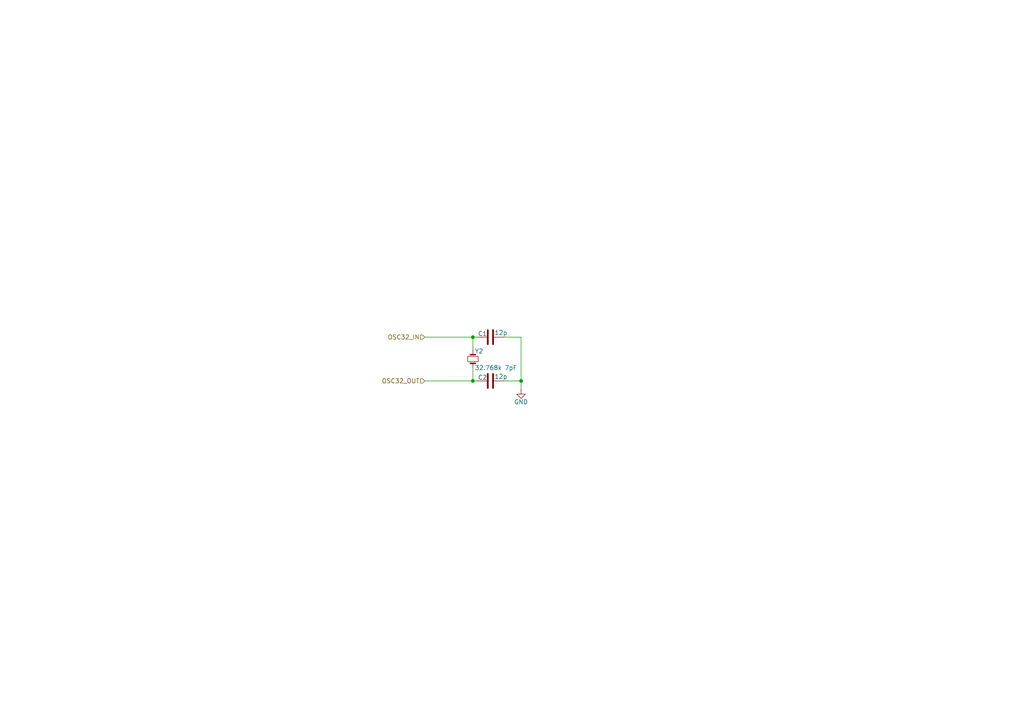
<source format=kicad_sch>
(kicad_sch (version 20250114) (generator "eeschema") (generator_version "9.0")
  (paper "A4")
  (lib_symbols
    (symbol "Device:C" (pin_numbers (hide yes)) (pin_names (offset 0.254))
      (property "Reference" "C" (at 0.635 2.54 0))
      (property "Value" "C" (at 0.635 -2.54 0))
      (symbol "C_0_1"
        (polyline (pts (xy -2.032 0.762) (xy 2.032 0.762)) (stroke (width 0.508)))
        (polyline (pts (xy -2.032 -0.762) (xy 2.032 -0.762)) (stroke (width 0.508)))
      )
      (symbol "C_1_1"
        (pin passive line (at 0 3.81 270) (length 2.794) (name "~") (number "1"))
        (pin passive line (at 0 -3.81 90) (length 2.794) (name "~") (number "2"))
      )
    )
    (symbol "Device:Crystal_Small" (pin_numbers (hide yes)) (pin_names (offset 1.016) (hide yes))
      (property "Reference" "Y" (at 0 2.54 0))
      (property "Value" "Crystal_Small" (at 0 -2.54 0))
      (symbol "Crystal_Small_0_1"
        (polyline (pts (xy -1.27 -0.762) (xy -1.27 0.762)) (stroke (width 0.381)))
        (rectangle (start -0.762 -1.524) (end 0.762 1.524))
        (polyline (pts (xy 1.27 -0.762) (xy 1.27 0.762)) (stroke (width 0.381)))
      )
      (symbol "Crystal_Small_1_1"
        (pin passive line (at -2.54 0 0) (length 1.27) (name "1") (number "1"))
        (pin passive line (at 2.54 0 180) (length 1.27) (name "2") (number "2"))
      )
    )
    (symbol "power:GND" (power) (pin_numbers (hide yes)) (pin_names (offset 0) (hide yes))
      (property "Value" "GND" (at 0 -3.81 0))
      (symbol "GND_0_1"
        (polyline (pts (xy 0 0) (xy 0 -1.27) (xy 1.27 -1.27) (xy 0 -2.54) (xy -1.27 -1.27) (xy 0 -1.27)))
      )
      (symbol "GND_1_1"
        (pin power_in line (at 0 0 270) (length 0) (name "~") (number "1"))
      )
    )
  )
  (junction (at 137.16 97.79))
  (junction (at 151.13 110.49))
  (junction (at 137.16 110.49))
  (wire (pts (xy 137.16 97.79) (xy 138.43 97.79)))
  (wire (pts (xy 151.13 110.49) (xy 151.13 113.03)))
  (wire (pts (xy 123.19 97.79) (xy 137.16 97.79)))
  (wire (pts (xy 137.16 106.68) (xy 137.16 110.49)))
  (wire (pts (xy 137.16 97.79) (xy 137.16 101.6)))
  (wire (pts (xy 146.05 110.49) (xy 151.13 110.49)))
  (wire (pts (xy 123.19 110.49) (xy 137.16 110.49)))
  (wire (pts (xy 137.16 110.49) (xy 138.43 110.49)))
  (wire (pts (xy 151.13 97.79) (xy 151.13 110.49)))
  (wire (pts (xy 146.05 97.79) (xy 151.13 97.79)))
  (hierarchical_label "OSC32_IN" (shape input) (at 123.19 97.79 180))
  (hierarchical_label "OSC32_OUT" (shape input) (at 123.19 110.49 180))
  (symbol (lib_id "Device:C") (at 142.24 97.79 90) (unit 1)
    (property "Reference" "C1" (at 139.954 96.774 90))
    (property "Value" "12p" (at 145.288 96.52 90))
    (property "Description" "Unpolarized capacitor" (effects (hide yes)))
  )
  (symbol (lib_id "Device:Crystal_Small") (at 137.16 104.14 90) (unit 1)
    (property "Reference" "Y2" (at 137.668 101.854 90) (effects (justify right)))
    (property "Value" "32.768k 7pF" (at 137.668 106.68 90) (effects (justify right)))
    (property "Description" "Two pin crystal, small symbol" (effects (hide yes)))
  )
  (symbol (lib_id "Device:C") (at 142.24 110.49 90) (unit 1)
    (property "Reference" "C2" (at 139.954 109.474 90))
    (property "Value" "12p" (at 145.288 109.22 90))
    (property "Description" "Unpolarized capacitor" (effects (hide yes)))
  )
  (symbol (lib_id "power:GND") (at 151.13 113.03 0) (unit 1)
    (property "Reference" "#PWR04" (effects (hide yes)))
    (property "Value" "GND" (at 153.162 116.586 0) (effects (justify right)))
    (property "Description" "Power symbol creates a global label with name \"GND\" , ground" (effects (hide yes)))
  )
)
</source>
